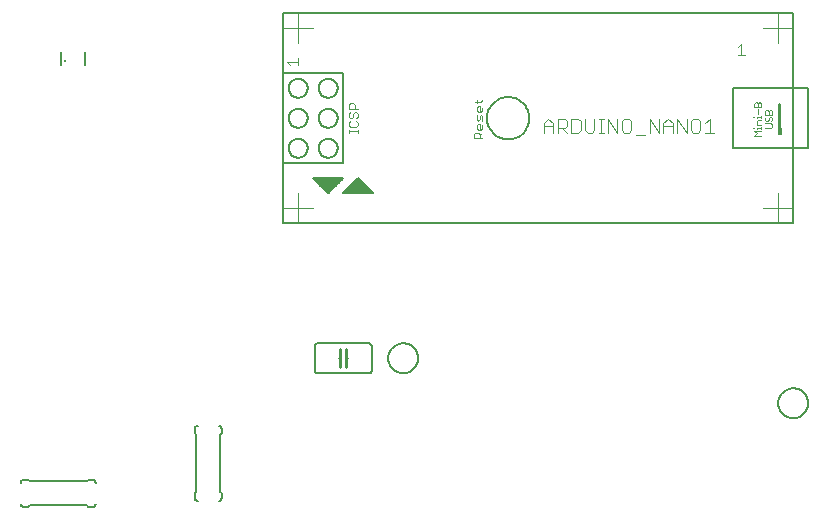
<source format=gto>
G75*
%MOIN*%
%OFA0B0*%
%FSLAX24Y24*%
%IPPOS*%
%LPD*%
%AMOC8*
5,1,8,0,0,1.08239X$1,22.5*
%
%ADD10C,0.0050*%
%ADD11C,0.0040*%
%ADD12C,0.0030*%
%ADD13C,0.0020*%
%ADD14C,0.0000*%
%ADD15C,0.0006*%
%ADD16C,0.0080*%
%ADD17C,0.0118*%
%ADD18C,0.0060*%
%ADD19C,0.0100*%
D10*
X020180Y011680D02*
X020180Y012180D01*
X020180Y013680D01*
X022180Y013680D01*
X022180Y016680D01*
X020180Y016680D01*
X020180Y018180D01*
X020180Y018680D01*
X020680Y018680D01*
X036680Y018680D01*
X037180Y018680D01*
X037180Y018180D01*
X037180Y014180D01*
X035180Y014180D01*
X035180Y016180D01*
X037680Y016180D01*
X037680Y014180D01*
X037180Y014180D01*
X037180Y011680D01*
X020680Y011680D01*
X020180Y011680D01*
X021667Y012693D02*
X021693Y012693D01*
X021680Y012680D02*
X021180Y013180D01*
X022180Y013180D01*
X021680Y012680D01*
X021618Y012742D02*
X021742Y012742D01*
X021790Y012790D02*
X021570Y012790D01*
X021521Y012839D02*
X021839Y012839D01*
X021887Y012887D02*
X021473Y012887D01*
X021424Y012936D02*
X021936Y012936D01*
X021984Y012984D02*
X021376Y012984D01*
X021327Y013033D02*
X022033Y013033D01*
X022081Y013081D02*
X021279Y013081D01*
X021230Y013130D02*
X022130Y013130D01*
X022178Y013178D02*
X021182Y013178D01*
X022242Y012742D02*
X023118Y012742D01*
X023070Y012790D02*
X022290Y012790D01*
X022339Y012839D02*
X023021Y012839D01*
X022973Y012887D02*
X022387Y012887D01*
X022436Y012936D02*
X022924Y012936D01*
X022876Y012984D02*
X022484Y012984D01*
X022533Y013033D02*
X022827Y013033D01*
X022779Y013081D02*
X022581Y013081D01*
X022630Y013130D02*
X022730Y013130D01*
X022682Y013178D02*
X022678Y013178D01*
X022680Y013180D02*
X023180Y012680D01*
X022180Y012680D01*
X022680Y013180D01*
X022193Y012693D02*
X023167Y012693D01*
X021365Y014180D02*
X021367Y014215D01*
X021373Y014250D01*
X021383Y014284D01*
X021396Y014317D01*
X021413Y014348D01*
X021434Y014376D01*
X021457Y014403D01*
X021484Y014426D01*
X021512Y014447D01*
X021543Y014464D01*
X021576Y014477D01*
X021610Y014487D01*
X021645Y014493D01*
X021680Y014495D01*
X021715Y014493D01*
X021750Y014487D01*
X021784Y014477D01*
X021817Y014464D01*
X021848Y014447D01*
X021876Y014426D01*
X021903Y014403D01*
X021926Y014376D01*
X021947Y014348D01*
X021964Y014317D01*
X021977Y014284D01*
X021987Y014250D01*
X021993Y014215D01*
X021995Y014180D01*
X021993Y014145D01*
X021987Y014110D01*
X021977Y014076D01*
X021964Y014043D01*
X021947Y014012D01*
X021926Y013984D01*
X021903Y013957D01*
X021876Y013934D01*
X021848Y013913D01*
X021817Y013896D01*
X021784Y013883D01*
X021750Y013873D01*
X021715Y013867D01*
X021680Y013865D01*
X021645Y013867D01*
X021610Y013873D01*
X021576Y013883D01*
X021543Y013896D01*
X021512Y013913D01*
X021484Y013934D01*
X021457Y013957D01*
X021434Y013984D01*
X021413Y014012D01*
X021396Y014043D01*
X021383Y014076D01*
X021373Y014110D01*
X021367Y014145D01*
X021365Y014180D01*
X020365Y014180D02*
X020367Y014215D01*
X020373Y014250D01*
X020383Y014284D01*
X020396Y014317D01*
X020413Y014348D01*
X020434Y014376D01*
X020457Y014403D01*
X020484Y014426D01*
X020512Y014447D01*
X020543Y014464D01*
X020576Y014477D01*
X020610Y014487D01*
X020645Y014493D01*
X020680Y014495D01*
X020715Y014493D01*
X020750Y014487D01*
X020784Y014477D01*
X020817Y014464D01*
X020848Y014447D01*
X020876Y014426D01*
X020903Y014403D01*
X020926Y014376D01*
X020947Y014348D01*
X020964Y014317D01*
X020977Y014284D01*
X020987Y014250D01*
X020993Y014215D01*
X020995Y014180D01*
X020993Y014145D01*
X020987Y014110D01*
X020977Y014076D01*
X020964Y014043D01*
X020947Y014012D01*
X020926Y013984D01*
X020903Y013957D01*
X020876Y013934D01*
X020848Y013913D01*
X020817Y013896D01*
X020784Y013883D01*
X020750Y013873D01*
X020715Y013867D01*
X020680Y013865D01*
X020645Y013867D01*
X020610Y013873D01*
X020576Y013883D01*
X020543Y013896D01*
X020512Y013913D01*
X020484Y013934D01*
X020457Y013957D01*
X020434Y013984D01*
X020413Y014012D01*
X020396Y014043D01*
X020383Y014076D01*
X020373Y014110D01*
X020367Y014145D01*
X020365Y014180D01*
X020180Y013680D02*
X020180Y016680D01*
X020365Y016180D02*
X020367Y016215D01*
X020373Y016250D01*
X020383Y016284D01*
X020396Y016317D01*
X020413Y016348D01*
X020434Y016376D01*
X020457Y016403D01*
X020484Y016426D01*
X020512Y016447D01*
X020543Y016464D01*
X020576Y016477D01*
X020610Y016487D01*
X020645Y016493D01*
X020680Y016495D01*
X020715Y016493D01*
X020750Y016487D01*
X020784Y016477D01*
X020817Y016464D01*
X020848Y016447D01*
X020876Y016426D01*
X020903Y016403D01*
X020926Y016376D01*
X020947Y016348D01*
X020964Y016317D01*
X020977Y016284D01*
X020987Y016250D01*
X020993Y016215D01*
X020995Y016180D01*
X020993Y016145D01*
X020987Y016110D01*
X020977Y016076D01*
X020964Y016043D01*
X020947Y016012D01*
X020926Y015984D01*
X020903Y015957D01*
X020876Y015934D01*
X020848Y015913D01*
X020817Y015896D01*
X020784Y015883D01*
X020750Y015873D01*
X020715Y015867D01*
X020680Y015865D01*
X020645Y015867D01*
X020610Y015873D01*
X020576Y015883D01*
X020543Y015896D01*
X020512Y015913D01*
X020484Y015934D01*
X020457Y015957D01*
X020434Y015984D01*
X020413Y016012D01*
X020396Y016043D01*
X020383Y016076D01*
X020373Y016110D01*
X020367Y016145D01*
X020365Y016180D01*
X021365Y016180D02*
X021367Y016215D01*
X021373Y016250D01*
X021383Y016284D01*
X021396Y016317D01*
X021413Y016348D01*
X021434Y016376D01*
X021457Y016403D01*
X021484Y016426D01*
X021512Y016447D01*
X021543Y016464D01*
X021576Y016477D01*
X021610Y016487D01*
X021645Y016493D01*
X021680Y016495D01*
X021715Y016493D01*
X021750Y016487D01*
X021784Y016477D01*
X021817Y016464D01*
X021848Y016447D01*
X021876Y016426D01*
X021903Y016403D01*
X021926Y016376D01*
X021947Y016348D01*
X021964Y016317D01*
X021977Y016284D01*
X021987Y016250D01*
X021993Y016215D01*
X021995Y016180D01*
X021993Y016145D01*
X021987Y016110D01*
X021977Y016076D01*
X021964Y016043D01*
X021947Y016012D01*
X021926Y015984D01*
X021903Y015957D01*
X021876Y015934D01*
X021848Y015913D01*
X021817Y015896D01*
X021784Y015883D01*
X021750Y015873D01*
X021715Y015867D01*
X021680Y015865D01*
X021645Y015867D01*
X021610Y015873D01*
X021576Y015883D01*
X021543Y015896D01*
X021512Y015913D01*
X021484Y015934D01*
X021457Y015957D01*
X021434Y015984D01*
X021413Y016012D01*
X021396Y016043D01*
X021383Y016076D01*
X021373Y016110D01*
X021367Y016145D01*
X021365Y016180D01*
X021365Y015180D02*
X021367Y015215D01*
X021373Y015250D01*
X021383Y015284D01*
X021396Y015317D01*
X021413Y015348D01*
X021434Y015376D01*
X021457Y015403D01*
X021484Y015426D01*
X021512Y015447D01*
X021543Y015464D01*
X021576Y015477D01*
X021610Y015487D01*
X021645Y015493D01*
X021680Y015495D01*
X021715Y015493D01*
X021750Y015487D01*
X021784Y015477D01*
X021817Y015464D01*
X021848Y015447D01*
X021876Y015426D01*
X021903Y015403D01*
X021926Y015376D01*
X021947Y015348D01*
X021964Y015317D01*
X021977Y015284D01*
X021987Y015250D01*
X021993Y015215D01*
X021995Y015180D01*
X021993Y015145D01*
X021987Y015110D01*
X021977Y015076D01*
X021964Y015043D01*
X021947Y015012D01*
X021926Y014984D01*
X021903Y014957D01*
X021876Y014934D01*
X021848Y014913D01*
X021817Y014896D01*
X021784Y014883D01*
X021750Y014873D01*
X021715Y014867D01*
X021680Y014865D01*
X021645Y014867D01*
X021610Y014873D01*
X021576Y014883D01*
X021543Y014896D01*
X021512Y014913D01*
X021484Y014934D01*
X021457Y014957D01*
X021434Y014984D01*
X021413Y015012D01*
X021396Y015043D01*
X021383Y015076D01*
X021373Y015110D01*
X021367Y015145D01*
X021365Y015180D01*
X020365Y015180D02*
X020367Y015215D01*
X020373Y015250D01*
X020383Y015284D01*
X020396Y015317D01*
X020413Y015348D01*
X020434Y015376D01*
X020457Y015403D01*
X020484Y015426D01*
X020512Y015447D01*
X020543Y015464D01*
X020576Y015477D01*
X020610Y015487D01*
X020645Y015493D01*
X020680Y015495D01*
X020715Y015493D01*
X020750Y015487D01*
X020784Y015477D01*
X020817Y015464D01*
X020848Y015447D01*
X020876Y015426D01*
X020903Y015403D01*
X020926Y015376D01*
X020947Y015348D01*
X020964Y015317D01*
X020977Y015284D01*
X020987Y015250D01*
X020993Y015215D01*
X020995Y015180D01*
X020993Y015145D01*
X020987Y015110D01*
X020977Y015076D01*
X020964Y015043D01*
X020947Y015012D01*
X020926Y014984D01*
X020903Y014957D01*
X020876Y014934D01*
X020848Y014913D01*
X020817Y014896D01*
X020784Y014883D01*
X020750Y014873D01*
X020715Y014867D01*
X020680Y014865D01*
X020645Y014867D01*
X020610Y014873D01*
X020576Y014883D01*
X020543Y014896D01*
X020512Y014913D01*
X020484Y014934D01*
X020457Y014957D01*
X020434Y014984D01*
X020413Y015012D01*
X020396Y015043D01*
X020383Y015076D01*
X020373Y015110D01*
X020367Y015145D01*
X020365Y015180D01*
X020367Y015215D01*
X020373Y015250D01*
X020383Y015284D01*
X020396Y015317D01*
X020413Y015348D01*
X020434Y015376D01*
X020457Y015403D01*
X020484Y015426D01*
X020512Y015447D01*
X020543Y015464D01*
X020576Y015477D01*
X020610Y015487D01*
X020645Y015493D01*
X020680Y015495D01*
X020715Y015493D01*
X020750Y015487D01*
X020784Y015477D01*
X020817Y015464D01*
X020848Y015447D01*
X020876Y015426D01*
X020903Y015403D01*
X020926Y015376D01*
X020947Y015348D01*
X020964Y015317D01*
X020977Y015284D01*
X020987Y015250D01*
X020993Y015215D01*
X020995Y015180D01*
X020993Y015145D01*
X020987Y015110D01*
X020977Y015076D01*
X020964Y015043D01*
X020947Y015012D01*
X020926Y014984D01*
X020903Y014957D01*
X020876Y014934D01*
X020848Y014913D01*
X020817Y014896D01*
X020784Y014883D01*
X020750Y014873D01*
X020715Y014867D01*
X020680Y014865D01*
X020645Y014867D01*
X020610Y014873D01*
X020576Y014883D01*
X020543Y014896D01*
X020512Y014913D01*
X020484Y014934D01*
X020457Y014957D01*
X020434Y014984D01*
X020413Y015012D01*
X020396Y015043D01*
X020383Y015076D01*
X020373Y015110D01*
X020367Y015145D01*
X020365Y015180D01*
X026973Y015180D02*
X026975Y015233D01*
X026981Y015285D01*
X026991Y015337D01*
X027004Y015388D01*
X027022Y015438D01*
X027043Y015487D01*
X027068Y015534D01*
X027096Y015578D01*
X027127Y015621D01*
X027162Y015661D01*
X027199Y015698D01*
X027239Y015733D01*
X027282Y015764D01*
X027327Y015792D01*
X027373Y015817D01*
X027422Y015838D01*
X027472Y015856D01*
X027523Y015869D01*
X027575Y015879D01*
X027627Y015885D01*
X027680Y015887D01*
X027733Y015885D01*
X027785Y015879D01*
X027837Y015869D01*
X027888Y015856D01*
X027938Y015838D01*
X027987Y015817D01*
X028034Y015792D01*
X028078Y015764D01*
X028121Y015733D01*
X028161Y015698D01*
X028198Y015661D01*
X028233Y015621D01*
X028264Y015578D01*
X028292Y015533D01*
X028317Y015487D01*
X028338Y015438D01*
X028356Y015388D01*
X028369Y015337D01*
X028379Y015285D01*
X028385Y015233D01*
X028387Y015180D01*
X028385Y015127D01*
X028379Y015075D01*
X028369Y015023D01*
X028356Y014972D01*
X028338Y014922D01*
X028317Y014873D01*
X028292Y014826D01*
X028264Y014782D01*
X028233Y014739D01*
X028198Y014699D01*
X028161Y014662D01*
X028121Y014627D01*
X028078Y014596D01*
X028033Y014568D01*
X027987Y014543D01*
X027938Y014522D01*
X027888Y014504D01*
X027837Y014491D01*
X027785Y014481D01*
X027733Y014475D01*
X027680Y014473D01*
X027627Y014475D01*
X027575Y014481D01*
X027523Y014491D01*
X027472Y014504D01*
X027422Y014522D01*
X027373Y014543D01*
X027326Y014568D01*
X027282Y014596D01*
X027239Y014627D01*
X027199Y014662D01*
X027162Y014699D01*
X027127Y014739D01*
X027096Y014782D01*
X027068Y014827D01*
X027043Y014873D01*
X027022Y014922D01*
X027004Y014972D01*
X026991Y015023D01*
X026981Y015075D01*
X026975Y015127D01*
X026973Y015180D01*
X023680Y007180D02*
X023682Y007224D01*
X023688Y007268D01*
X023698Y007311D01*
X023711Y007353D01*
X023728Y007394D01*
X023749Y007433D01*
X023773Y007470D01*
X023800Y007505D01*
X023830Y007537D01*
X023863Y007567D01*
X023899Y007593D01*
X023936Y007617D01*
X023976Y007636D01*
X024017Y007653D01*
X024060Y007665D01*
X024103Y007674D01*
X024147Y007679D01*
X024191Y007680D01*
X024235Y007677D01*
X024279Y007670D01*
X024322Y007659D01*
X024364Y007645D01*
X024404Y007627D01*
X024443Y007605D01*
X024479Y007581D01*
X024513Y007553D01*
X024545Y007522D01*
X024574Y007488D01*
X024600Y007452D01*
X024622Y007414D01*
X024641Y007374D01*
X024656Y007332D01*
X024668Y007290D01*
X024676Y007246D01*
X024680Y007202D01*
X024680Y007158D01*
X024676Y007114D01*
X024668Y007070D01*
X024656Y007028D01*
X024641Y006986D01*
X024622Y006946D01*
X024600Y006908D01*
X024574Y006872D01*
X024545Y006838D01*
X024513Y006807D01*
X024479Y006779D01*
X024443Y006755D01*
X024404Y006733D01*
X024364Y006715D01*
X024322Y006701D01*
X024279Y006690D01*
X024235Y006683D01*
X024191Y006680D01*
X024147Y006681D01*
X024103Y006686D01*
X024060Y006695D01*
X024017Y006707D01*
X023976Y006724D01*
X023936Y006743D01*
X023899Y006767D01*
X023863Y006793D01*
X023830Y006823D01*
X023800Y006855D01*
X023773Y006890D01*
X023749Y006927D01*
X023728Y006966D01*
X023711Y007007D01*
X023698Y007049D01*
X023688Y007092D01*
X023682Y007136D01*
X023680Y007180D01*
X036680Y005680D02*
X036682Y005724D01*
X036688Y005768D01*
X036698Y005811D01*
X036711Y005853D01*
X036728Y005894D01*
X036749Y005933D01*
X036773Y005970D01*
X036800Y006005D01*
X036830Y006037D01*
X036863Y006067D01*
X036899Y006093D01*
X036936Y006117D01*
X036976Y006136D01*
X037017Y006153D01*
X037060Y006165D01*
X037103Y006174D01*
X037147Y006179D01*
X037191Y006180D01*
X037235Y006177D01*
X037279Y006170D01*
X037322Y006159D01*
X037364Y006145D01*
X037404Y006127D01*
X037443Y006105D01*
X037479Y006081D01*
X037513Y006053D01*
X037545Y006022D01*
X037574Y005988D01*
X037600Y005952D01*
X037622Y005914D01*
X037641Y005874D01*
X037656Y005832D01*
X037668Y005790D01*
X037676Y005746D01*
X037680Y005702D01*
X037680Y005658D01*
X037676Y005614D01*
X037668Y005570D01*
X037656Y005528D01*
X037641Y005486D01*
X037622Y005446D01*
X037600Y005408D01*
X037574Y005372D01*
X037545Y005338D01*
X037513Y005307D01*
X037479Y005279D01*
X037443Y005255D01*
X037404Y005233D01*
X037364Y005215D01*
X037322Y005201D01*
X037279Y005190D01*
X037235Y005183D01*
X037191Y005180D01*
X037147Y005181D01*
X037103Y005186D01*
X037060Y005195D01*
X037017Y005207D01*
X036976Y005224D01*
X036936Y005243D01*
X036899Y005267D01*
X036863Y005293D01*
X036830Y005323D01*
X036800Y005355D01*
X036773Y005390D01*
X036749Y005427D01*
X036728Y005466D01*
X036711Y005507D01*
X036698Y005549D01*
X036688Y005592D01*
X036682Y005636D01*
X036680Y005680D01*
D11*
X034547Y014700D02*
X034240Y014700D01*
X034393Y014700D02*
X034393Y015160D01*
X034240Y015007D01*
X034086Y015084D02*
X034009Y015160D01*
X033856Y015160D01*
X033779Y015084D01*
X033779Y014777D01*
X033856Y014700D01*
X034009Y014700D01*
X034086Y014777D01*
X034086Y015084D01*
X033626Y015160D02*
X033626Y014700D01*
X033319Y015160D01*
X033319Y014700D01*
X033165Y014700D02*
X033165Y015007D01*
X033012Y015160D01*
X032858Y015007D01*
X032858Y014700D01*
X032705Y014700D02*
X032705Y015160D01*
X032858Y014930D02*
X033165Y014930D01*
X032705Y014700D02*
X032398Y015160D01*
X032398Y014700D01*
X032245Y014623D02*
X031938Y014623D01*
X031784Y014777D02*
X031707Y014700D01*
X031554Y014700D01*
X031477Y014777D01*
X031477Y015084D01*
X031554Y015160D01*
X031707Y015160D01*
X031784Y015084D01*
X031784Y014777D01*
X031324Y014700D02*
X031324Y015160D01*
X031017Y015160D02*
X031324Y014700D01*
X031017Y014700D02*
X031017Y015160D01*
X030863Y015160D02*
X030710Y015160D01*
X030787Y015160D02*
X030787Y014700D01*
X030863Y014700D02*
X030710Y014700D01*
X030556Y014777D02*
X030480Y014700D01*
X030326Y014700D01*
X030250Y014777D01*
X030250Y015160D01*
X030096Y015084D02*
X030019Y015160D01*
X029789Y015160D01*
X029789Y014700D01*
X030019Y014700D01*
X030096Y014777D01*
X030096Y015084D01*
X029636Y015084D02*
X029559Y015160D01*
X029329Y015160D01*
X029329Y014700D01*
X029329Y014853D02*
X029559Y014853D01*
X029636Y014930D01*
X029636Y015084D01*
X029482Y014853D02*
X029636Y014700D01*
X029175Y014700D02*
X029175Y015007D01*
X029022Y015160D01*
X028868Y015007D01*
X028868Y014700D01*
X028868Y014930D02*
X029175Y014930D01*
X030556Y014777D02*
X030556Y015160D01*
D12*
X026825Y015097D02*
X026825Y015242D01*
X026777Y015290D01*
X026728Y015242D01*
X026728Y015145D01*
X026680Y015097D01*
X026632Y015145D01*
X026632Y015290D01*
X026680Y015391D02*
X026632Y015440D01*
X026632Y015537D01*
X026680Y015585D01*
X026728Y015585D01*
X026728Y015391D01*
X026680Y015391D02*
X026777Y015391D01*
X026825Y015440D01*
X026825Y015537D01*
X026777Y015734D02*
X026583Y015734D01*
X026632Y015686D02*
X026632Y015783D01*
X026777Y015734D02*
X026825Y015783D01*
X026728Y014996D02*
X026680Y014996D01*
X026632Y014947D01*
X026632Y014851D01*
X026680Y014802D01*
X026777Y014802D01*
X026825Y014851D01*
X026825Y014947D01*
X026728Y014996D02*
X026728Y014802D01*
X026680Y014701D02*
X026728Y014653D01*
X026728Y014507D01*
X026825Y014507D02*
X026535Y014507D01*
X026535Y014653D01*
X026583Y014701D01*
X026680Y014701D01*
X026728Y014604D02*
X026825Y014701D01*
X022665Y014695D02*
X022665Y014792D01*
X022665Y014743D02*
X022375Y014743D01*
X022375Y014695D02*
X022375Y014792D01*
X022423Y014891D02*
X022617Y014891D01*
X022665Y014940D01*
X022665Y015037D01*
X022617Y015085D01*
X022617Y015186D02*
X022665Y015234D01*
X022665Y015331D01*
X022617Y015380D01*
X022568Y015380D01*
X022520Y015331D01*
X022520Y015234D01*
X022472Y015186D01*
X022423Y015186D01*
X022375Y015234D01*
X022375Y015331D01*
X022423Y015380D01*
X022375Y015481D02*
X022375Y015626D01*
X022423Y015674D01*
X022520Y015674D01*
X022568Y015626D01*
X022568Y015481D01*
X022665Y015481D02*
X022375Y015481D01*
X022423Y015085D02*
X022375Y015037D01*
X022375Y014940D01*
X022423Y014891D01*
X020665Y016945D02*
X020665Y017192D01*
X020665Y017068D02*
X020295Y017068D01*
X020418Y016945D01*
X035327Y017295D02*
X035574Y017295D01*
X035450Y017295D02*
X035450Y017665D01*
X035327Y017542D01*
D13*
X035927Y015705D02*
X035963Y015705D01*
X036000Y015668D01*
X036000Y015558D01*
X036000Y015484D02*
X036000Y015337D01*
X035963Y015227D02*
X036110Y015227D01*
X036110Y015263D02*
X036110Y015190D01*
X036110Y015116D02*
X036000Y015116D01*
X035963Y015079D01*
X035963Y014969D01*
X036110Y014969D01*
X036110Y014895D02*
X036110Y014822D01*
X036110Y014858D02*
X035963Y014858D01*
X035963Y014822D01*
X035890Y014858D02*
X035853Y014858D01*
X035890Y014747D02*
X036110Y014747D01*
X036110Y014601D02*
X035890Y014601D01*
X035963Y014674D01*
X035890Y014747D01*
X036250Y014859D02*
X036433Y014859D01*
X036470Y014895D01*
X036470Y014969D01*
X036433Y015005D01*
X036250Y015005D01*
X036287Y015080D02*
X036323Y015080D01*
X036360Y015116D01*
X036360Y015190D01*
X036397Y015226D01*
X036433Y015226D01*
X036470Y015190D01*
X036470Y015116D01*
X036433Y015080D01*
X036287Y015080D02*
X036250Y015116D01*
X036250Y015190D01*
X036287Y015226D01*
X036250Y015300D02*
X036250Y015411D01*
X036287Y015447D01*
X036323Y015447D01*
X036360Y015411D01*
X036360Y015300D01*
X036470Y015300D02*
X036250Y015300D01*
X036360Y015411D02*
X036397Y015447D01*
X036433Y015447D01*
X036470Y015411D01*
X036470Y015300D01*
X036110Y015558D02*
X035890Y015558D01*
X035890Y015668D01*
X035927Y015705D01*
X036000Y015668D02*
X036037Y015705D01*
X036073Y015705D01*
X036110Y015668D01*
X036110Y015558D01*
X035963Y015227D02*
X035963Y015190D01*
X035890Y015227D02*
X035853Y015227D01*
D14*
X036680Y015226D02*
X036687Y015232D01*
X036680Y015239D01*
X036700Y015239D01*
X036697Y015244D02*
X036693Y015247D01*
X036693Y015257D01*
X036690Y015257D02*
X036700Y015257D01*
X036700Y015247D01*
X036697Y015244D01*
X036687Y015247D02*
X036687Y015254D01*
X036690Y015257D01*
X036693Y015263D02*
X036687Y015269D01*
X036687Y015273D01*
X036690Y015278D02*
X036697Y015278D01*
X036700Y015281D01*
X036700Y015291D01*
X036697Y015296D02*
X036700Y015300D01*
X036700Y015306D01*
X036697Y015310D01*
X036690Y015310D01*
X036687Y015306D01*
X036687Y015300D01*
X036690Y015296D01*
X036697Y015296D01*
X036687Y015291D02*
X036687Y015281D01*
X036690Y015278D01*
X036687Y015263D02*
X036700Y015263D01*
X036707Y015272D02*
X036710Y015272D01*
X036717Y015272D02*
X036730Y015272D01*
X036730Y015269D02*
X036730Y015275D01*
X036727Y015281D02*
X036730Y015284D01*
X036730Y015291D01*
X036727Y015294D01*
X036720Y015294D01*
X036717Y015291D01*
X036717Y015284D01*
X036720Y015281D01*
X036727Y015281D01*
X036717Y015272D02*
X036717Y015269D01*
X036717Y015263D02*
X036717Y015256D01*
X036717Y015251D02*
X036717Y015241D01*
X036720Y015238D01*
X036723Y015241D01*
X036723Y015248D01*
X036727Y015251D01*
X036730Y015248D01*
X036730Y015238D01*
X036723Y015233D02*
X036723Y015220D01*
X036720Y015220D02*
X036717Y015223D01*
X036717Y015230D01*
X036720Y015233D01*
X036723Y015233D01*
X036730Y015230D02*
X036730Y015223D01*
X036727Y015220D01*
X036720Y015220D01*
X036717Y015215D02*
X036717Y015205D01*
X036720Y015201D01*
X036727Y015201D01*
X036730Y015205D01*
X036730Y015215D01*
X036733Y015215D02*
X036717Y015215D01*
X036733Y015215D02*
X036737Y015211D01*
X036737Y015208D01*
X036733Y015196D02*
X036717Y015196D01*
X036717Y015186D01*
X036720Y015183D01*
X036727Y015183D01*
X036730Y015186D01*
X036730Y015196D01*
X036733Y015196D02*
X036737Y015193D01*
X036737Y015189D01*
X036730Y015178D02*
X036717Y015178D01*
X036707Y015180D02*
X036687Y015180D01*
X036687Y015190D01*
X036690Y015193D01*
X036697Y015193D01*
X036700Y015190D01*
X036700Y015180D01*
X036697Y015175D02*
X036693Y015171D01*
X036693Y015165D01*
X036690Y015161D01*
X036687Y015165D01*
X036687Y015175D01*
X036697Y015175D02*
X036700Y015171D01*
X036700Y015161D01*
X036700Y015156D02*
X036700Y015143D01*
X036680Y015143D01*
X036680Y015156D01*
X036690Y015150D02*
X036690Y015143D01*
X036687Y015119D02*
X036703Y015119D01*
X036707Y015116D01*
X036707Y015113D01*
X036700Y015109D02*
X036700Y015119D01*
X036700Y015109D02*
X036697Y015106D01*
X036687Y015106D01*
X036690Y015101D02*
X036687Y015098D01*
X036687Y015088D01*
X036680Y015088D02*
X036700Y015088D01*
X036700Y015098D01*
X036697Y015101D01*
X036690Y015101D01*
X036717Y015104D02*
X036717Y015097D01*
X036720Y015094D01*
X036727Y015094D01*
X036730Y015097D01*
X036730Y015104D01*
X036727Y015107D01*
X036720Y015107D01*
X036717Y015104D01*
X036717Y015112D02*
X036730Y015112D01*
X036723Y015112D02*
X036717Y015119D01*
X036717Y015122D01*
X036720Y015146D02*
X036717Y015149D01*
X036717Y015159D01*
X036717Y015164D02*
X036727Y015164D01*
X036730Y015168D01*
X036730Y015178D01*
X036727Y015159D02*
X036723Y015156D01*
X036723Y015149D01*
X036720Y015146D01*
X036730Y015146D02*
X036730Y015156D01*
X036727Y015159D01*
X036700Y015198D02*
X036700Y015201D01*
X036697Y015201D01*
X036697Y015198D01*
X036700Y015198D01*
X036700Y015226D02*
X036680Y015226D01*
X036713Y015260D02*
X036727Y015260D01*
X036730Y015263D01*
X036730Y015299D02*
X036717Y015299D01*
X036717Y015309D01*
X036720Y015313D01*
X036730Y015313D01*
X036730Y015318D02*
X036730Y015328D01*
X036727Y015331D01*
X036723Y015328D01*
X036723Y015321D01*
X036720Y015318D01*
X036717Y015321D01*
X036717Y015331D01*
X036700Y015333D02*
X036700Y015346D01*
X036697Y015352D02*
X036700Y015355D01*
X036700Y015365D01*
X036687Y015365D01*
X036687Y015370D02*
X036687Y015373D01*
X036700Y015373D01*
X036700Y015370D02*
X036700Y015377D01*
X036700Y015382D02*
X036700Y015392D01*
X036697Y015396D01*
X036693Y015392D01*
X036693Y015386D01*
X036690Y015382D01*
X036687Y015386D01*
X036687Y015396D01*
X036687Y015419D02*
X036690Y015422D01*
X036690Y015429D01*
X036693Y015432D01*
X036697Y015432D01*
X036700Y015429D01*
X036700Y015422D01*
X036697Y015419D01*
X036687Y015419D02*
X036683Y015419D01*
X036680Y015422D01*
X036680Y015429D01*
X036683Y015432D01*
X036687Y015438D02*
X036680Y015444D01*
X036687Y015451D01*
X036700Y015451D01*
X036700Y015456D02*
X036700Y015469D01*
X036697Y015474D02*
X036700Y015478D01*
X036700Y015484D01*
X036697Y015488D01*
X036700Y015493D02*
X036700Y015506D01*
X036700Y015511D02*
X036700Y015521D01*
X036697Y015525D01*
X036683Y015525D01*
X036680Y015521D01*
X036680Y015511D01*
X036700Y015511D01*
X036710Y015508D02*
X036710Y015515D01*
X036713Y015518D01*
X036720Y015518D01*
X036723Y015515D01*
X036717Y015515D01*
X036717Y015508D01*
X036723Y015508D01*
X036723Y015515D01*
X036727Y015518D02*
X036730Y015515D01*
X036730Y015508D01*
X036727Y015505D01*
X036713Y015505D01*
X036710Y015508D01*
X036710Y015500D02*
X036730Y015487D01*
X036730Y015482D02*
X036710Y015482D01*
X036710Y015487D02*
X036730Y015500D01*
X036720Y015482D02*
X036720Y015468D01*
X036730Y015468D02*
X036710Y015468D01*
X036710Y015456D02*
X036730Y015456D01*
X036730Y015450D02*
X036730Y015463D01*
X036717Y015450D02*
X036710Y015456D01*
X036700Y015456D02*
X036680Y015456D01*
X036690Y015451D02*
X036690Y015438D01*
X036687Y015438D02*
X036700Y015438D01*
X036710Y015431D02*
X036723Y015431D01*
X036730Y015438D01*
X036723Y015445D01*
X036710Y015445D01*
X036713Y015426D02*
X036710Y015426D01*
X036713Y015426D02*
X036720Y015420D01*
X036730Y015420D01*
X036720Y015420D02*
X036713Y015413D01*
X036710Y015413D01*
X036717Y015389D02*
X036720Y015389D01*
X036720Y015385D01*
X036717Y015385D01*
X036717Y015389D01*
X036720Y015380D02*
X036717Y015377D01*
X036717Y015370D01*
X036720Y015367D01*
X036727Y015367D01*
X036730Y015370D01*
X036730Y015377D01*
X036727Y015380D01*
X036720Y015380D01*
X036727Y015385D02*
X036730Y015385D01*
X036730Y015389D01*
X036727Y015389D01*
X036727Y015385D01*
X036730Y015361D02*
X036727Y015358D01*
X036713Y015358D01*
X036717Y015355D02*
X036717Y015361D01*
X036697Y015352D02*
X036687Y015352D01*
X036680Y015333D02*
X036700Y015333D01*
X036690Y015328D02*
X036690Y015315D01*
X036680Y015373D02*
X036677Y015373D01*
X036683Y015474D02*
X036697Y015474D01*
X036683Y015474D02*
X036680Y015478D01*
X036680Y015484D01*
X036683Y015488D01*
X036680Y015493D02*
X036700Y015493D01*
X036690Y015493D02*
X036690Y015499D01*
X036680Y015493D02*
X036680Y015506D01*
X036683Y015530D02*
X036697Y015530D01*
X036700Y015533D01*
X036700Y015540D01*
X036697Y015543D01*
X036683Y015543D01*
X036680Y015540D01*
X036680Y015533D01*
X036683Y015530D01*
X036710Y015527D02*
X036713Y015523D01*
X036727Y015523D01*
X036730Y015527D01*
X036730Y015533D01*
X036727Y015537D01*
X036730Y015542D02*
X036717Y015542D01*
X036710Y015549D01*
X036717Y015555D01*
X036730Y015555D01*
X036730Y015560D02*
X036710Y015560D01*
X036730Y015574D01*
X036710Y015574D01*
X036710Y015579D02*
X036710Y015592D01*
X036710Y015597D02*
X036723Y015597D01*
X036730Y015604D01*
X036723Y015610D01*
X036710Y015610D01*
X036700Y015610D02*
X036693Y015617D01*
X036680Y015617D01*
X036687Y015622D02*
X036680Y015628D01*
X036687Y015635D01*
X036700Y015635D01*
X036700Y015640D02*
X036680Y015640D01*
X036680Y015650D01*
X036683Y015653D01*
X036690Y015653D01*
X036693Y015650D01*
X036693Y015640D01*
X036690Y015635D02*
X036690Y015622D01*
X036687Y015622D02*
X036700Y015622D01*
X036710Y015625D02*
X036730Y015638D01*
X036710Y015638D01*
X036710Y015643D02*
X036730Y015643D01*
X036730Y015656D01*
X036720Y015650D02*
X036720Y015643D01*
X036710Y015643D02*
X036710Y015656D01*
X036710Y015662D02*
X036710Y015675D01*
X036710Y015668D02*
X036730Y015668D01*
X036700Y015662D02*
X036700Y015658D01*
X036697Y015658D01*
X036697Y015662D01*
X036700Y015662D01*
X036700Y015653D02*
X036693Y015647D01*
X036710Y015625D02*
X036730Y015625D01*
X036730Y015619D02*
X036730Y015616D01*
X036727Y015616D01*
X036727Y015619D01*
X036730Y015619D01*
X036700Y015610D02*
X036693Y015603D01*
X036680Y015603D01*
X036683Y015598D02*
X036680Y015595D01*
X036680Y015588D01*
X036683Y015585D01*
X036697Y015585D01*
X036700Y015588D01*
X036700Y015595D01*
X036697Y015598D01*
X036683Y015598D01*
X036680Y015580D02*
X036680Y015566D01*
X036680Y015573D02*
X036700Y015573D01*
X036710Y015585D02*
X036730Y015585D01*
X036720Y015555D02*
X036720Y015542D01*
X036713Y015537D02*
X036710Y015533D01*
X036710Y015527D01*
X036717Y015070D02*
X036717Y015060D01*
X036720Y015057D01*
X036723Y015060D01*
X036723Y015067D01*
X036727Y015070D01*
X036730Y015067D01*
X036730Y015057D01*
X036717Y015052D02*
X036717Y015048D01*
X036723Y015042D01*
X036720Y015037D02*
X036717Y015033D01*
X036717Y015026D01*
X036720Y015023D01*
X036727Y015023D01*
X036730Y015026D01*
X036730Y015033D01*
X036727Y015037D01*
X036720Y015037D01*
X036717Y015042D02*
X036730Y015042D01*
X036717Y015018D02*
X036717Y015014D01*
X036723Y015008D01*
X036717Y015008D02*
X036730Y015008D01*
X036717Y015002D02*
X036717Y014999D01*
X036723Y014992D01*
X036723Y014987D02*
X036723Y014974D01*
X036720Y014974D02*
X036717Y014977D01*
X036717Y014984D01*
X036720Y014987D01*
X036723Y014987D01*
X036730Y014984D02*
X036730Y014977D01*
X036727Y014974D01*
X036720Y014974D01*
X036717Y014992D02*
X036730Y014992D01*
X036700Y014993D02*
X036700Y014987D01*
X036697Y014983D01*
X036690Y014983D01*
X036687Y014987D01*
X036687Y014993D01*
X036690Y014997D01*
X036693Y014997D01*
X036693Y014983D01*
X036687Y014978D02*
X036687Y014975D01*
X036693Y014968D01*
X036687Y014968D02*
X036700Y014968D01*
X036700Y014963D02*
X036700Y014953D01*
X036697Y014950D01*
X036690Y014950D01*
X036687Y014953D01*
X036687Y014963D01*
X036717Y014951D02*
X036733Y014951D01*
X036737Y014947D01*
X036737Y014944D01*
X036730Y014941D02*
X036730Y014951D01*
X036730Y014941D02*
X036727Y014937D01*
X036717Y014937D01*
X036720Y014932D02*
X036730Y014932D01*
X036720Y014932D02*
X036717Y014929D01*
X036717Y014919D01*
X036730Y014919D01*
X036730Y014914D02*
X036730Y014904D01*
X036727Y014900D01*
X036723Y014904D01*
X036723Y014914D01*
X036720Y014914D02*
X036730Y014914D01*
X036720Y014914D02*
X036717Y014910D01*
X036717Y014904D01*
X036700Y014908D02*
X036700Y014898D01*
X036697Y014894D01*
X036693Y014898D01*
X036693Y014908D01*
X036690Y014908D02*
X036700Y014908D01*
X036700Y014913D02*
X036700Y014923D01*
X036697Y014926D01*
X036693Y014923D01*
X036693Y014916D01*
X036690Y014913D01*
X036687Y014916D01*
X036687Y014926D01*
X036690Y014908D02*
X036687Y014904D01*
X036687Y014898D01*
X036687Y014889D02*
X036697Y014889D01*
X036700Y014886D01*
X036697Y014883D01*
X036700Y014879D01*
X036697Y014876D01*
X036687Y014876D01*
X036687Y014852D02*
X036703Y014852D01*
X036707Y014849D01*
X036707Y014846D01*
X036700Y014842D02*
X036700Y014852D01*
X036700Y014842D02*
X036697Y014839D01*
X036687Y014839D01*
X036687Y014834D02*
X036687Y014830D01*
X036693Y014824D01*
X036693Y014819D02*
X036693Y014809D01*
X036697Y014805D01*
X036700Y014809D01*
X036700Y014819D01*
X036690Y014819D01*
X036687Y014815D01*
X036687Y014809D01*
X036687Y014800D02*
X036687Y014797D01*
X036693Y014790D01*
X036690Y014785D02*
X036687Y014781D01*
X036687Y014771D01*
X036680Y014771D02*
X036700Y014771D01*
X036700Y014781D01*
X036697Y014785D01*
X036690Y014785D01*
X036687Y014790D02*
X036700Y014790D01*
X036717Y014790D02*
X036717Y014794D01*
X036717Y014790D02*
X036723Y014784D01*
X036717Y014784D02*
X036730Y014784D01*
X036727Y014799D02*
X036720Y014799D01*
X036717Y014802D01*
X036717Y014809D01*
X036720Y014812D01*
X036723Y014812D01*
X036723Y014799D01*
X036727Y014799D02*
X036730Y014802D01*
X036730Y014809D01*
X036730Y014818D02*
X036730Y014828D01*
X036727Y014831D01*
X036720Y014831D01*
X036717Y014828D01*
X036717Y014818D01*
X036737Y014818D01*
X036747Y014815D02*
X036747Y014809D01*
X036750Y014805D01*
X036757Y014805D01*
X036760Y014809D01*
X036760Y014815D01*
X036757Y014819D01*
X036750Y014819D01*
X036747Y014815D01*
X036747Y014824D02*
X036757Y014824D01*
X036760Y014827D01*
X036760Y014837D01*
X036747Y014837D01*
X036750Y014842D02*
X036737Y014842D01*
X036737Y014848D02*
X036750Y014848D01*
X036750Y014854D02*
X036737Y014854D01*
X036730Y014854D02*
X036717Y014854D01*
X036720Y014849D02*
X036717Y014846D01*
X036717Y014839D01*
X036720Y014836D01*
X036727Y014836D01*
X036730Y014839D01*
X036730Y014846D01*
X036727Y014849D01*
X036720Y014849D01*
X036723Y014854D02*
X036717Y014861D01*
X036717Y014864D01*
X036717Y014870D02*
X036717Y014876D01*
X036713Y014873D02*
X036727Y014873D01*
X036730Y014876D01*
X036757Y014854D02*
X036760Y014854D01*
X036757Y014848D02*
X036760Y014848D01*
X036757Y014842D02*
X036760Y014842D01*
X036760Y014800D02*
X036760Y014790D01*
X036757Y014787D01*
X036747Y014787D01*
X036747Y014800D02*
X036763Y014800D01*
X036767Y014797D01*
X036767Y014794D01*
X036757Y014763D02*
X036753Y014760D01*
X036753Y014753D01*
X036750Y014750D01*
X036747Y014753D01*
X036747Y014763D01*
X036757Y014763D02*
X036760Y014760D01*
X036760Y014750D01*
X036760Y014745D02*
X036753Y014735D01*
X036747Y014745D01*
X036740Y014735D02*
X036760Y014735D01*
X036760Y014730D02*
X036750Y014730D01*
X036747Y014726D01*
X036747Y014716D01*
X036760Y014716D01*
X036760Y014711D02*
X036760Y014701D01*
X036757Y014698D01*
X036753Y014701D01*
X036753Y014711D01*
X036750Y014711D02*
X036760Y014711D01*
X036750Y014711D02*
X036747Y014708D01*
X036747Y014701D01*
X036750Y014693D02*
X036760Y014693D01*
X036750Y014693D02*
X036747Y014689D01*
X036747Y014683D01*
X036750Y014679D01*
X036740Y014679D02*
X036760Y014679D01*
X036760Y014668D02*
X036740Y014668D01*
X036740Y014674D02*
X036740Y014661D01*
X036730Y014661D02*
X036710Y014661D01*
X036710Y014671D01*
X036713Y014674D01*
X036720Y014674D01*
X036723Y014671D01*
X036723Y014661D01*
X036730Y014679D02*
X036730Y014686D01*
X036730Y014683D02*
X036710Y014683D01*
X036710Y014679D01*
X036700Y014679D02*
X036680Y014679D01*
X036680Y014674D02*
X036680Y014661D01*
X036680Y014668D02*
X036700Y014668D01*
X036690Y014679D02*
X036687Y014683D01*
X036687Y014689D01*
X036690Y014693D01*
X036700Y014693D01*
X036700Y014698D02*
X036700Y014704D01*
X036700Y014701D02*
X036687Y014701D01*
X036687Y014698D01*
X036680Y014701D02*
X036677Y014701D01*
X036687Y014713D02*
X036687Y014723D01*
X036693Y014720D02*
X036693Y014713D01*
X036690Y014710D01*
X036687Y014713D01*
X036693Y014720D02*
X036697Y014723D01*
X036700Y014720D01*
X036700Y014710D01*
X036717Y014713D02*
X036717Y014720D01*
X036720Y014723D01*
X036730Y014723D01*
X036730Y014713D01*
X036727Y014710D01*
X036723Y014713D01*
X036723Y014723D01*
X036720Y014729D02*
X036717Y014732D01*
X036717Y014742D01*
X036720Y014747D02*
X036717Y014750D01*
X036717Y014757D01*
X036720Y014760D01*
X036723Y014760D01*
X036723Y014747D01*
X036720Y014747D02*
X036727Y014747D01*
X036730Y014750D01*
X036730Y014757D01*
X036727Y014742D02*
X036723Y014739D01*
X036723Y014732D01*
X036720Y014729D01*
X036730Y014729D02*
X036730Y014739D01*
X036727Y014742D01*
X036700Y014747D02*
X036700Y014754D01*
X036700Y014750D02*
X036680Y014750D01*
X036680Y014747D01*
X036687Y014759D02*
X036687Y014763D01*
X036700Y014763D01*
X036700Y014766D02*
X036700Y014759D01*
X036680Y014763D02*
X036677Y014763D01*
X036687Y014824D02*
X036700Y014824D01*
X036720Y014705D02*
X036723Y014705D01*
X036723Y014692D01*
X036720Y014692D02*
X036717Y014695D01*
X036717Y014702D01*
X036720Y014705D01*
X036730Y014702D02*
X036730Y014695D01*
X036727Y014692D01*
X036720Y014692D01*
X036697Y015002D02*
X036693Y015005D01*
X036693Y015015D01*
X036690Y015015D02*
X036700Y015015D01*
X036700Y015005D01*
X036697Y015002D01*
X036687Y015005D02*
X036687Y015012D01*
X036690Y015015D01*
X036687Y015020D02*
X036687Y015027D01*
X036683Y015023D02*
X036697Y015023D01*
X036700Y015027D01*
X036697Y015032D02*
X036690Y015032D01*
X036687Y015036D01*
X036687Y015042D01*
X036690Y015046D01*
X036693Y015046D01*
X036693Y015032D01*
X036697Y015032D02*
X036700Y015036D01*
X036700Y015042D01*
X036697Y015051D02*
X036690Y015051D01*
X036687Y015054D01*
X036687Y015064D01*
X036680Y015064D02*
X036700Y015064D01*
X036700Y015054D01*
X036697Y015051D01*
D15*
X036680Y012680D02*
X036680Y011680D01*
X037180Y012180D02*
X036180Y012180D01*
X036680Y017680D02*
X036680Y018680D01*
X037180Y018180D02*
X036180Y018180D01*
X021180Y018180D02*
X020180Y018180D01*
X020680Y018680D02*
X020680Y017680D01*
X020680Y012680D02*
X020680Y011680D01*
X021180Y012180D02*
X020180Y012180D01*
D16*
X013574Y016963D02*
X013574Y017397D01*
X012786Y017397D02*
X012786Y016963D01*
D17*
X012904Y017082D03*
D18*
X011680Y002230D02*
X011530Y002230D01*
X011513Y002232D01*
X011496Y002236D01*
X011480Y002243D01*
X011466Y002253D01*
X011453Y002266D01*
X011443Y002280D01*
X011436Y002296D01*
X011432Y002313D01*
X011430Y002330D01*
X011680Y002230D02*
X011730Y002280D01*
X013630Y002280D01*
X013680Y002230D01*
X013830Y002230D01*
X013847Y002232D01*
X013864Y002236D01*
X013880Y002243D01*
X013894Y002253D01*
X013907Y002266D01*
X013917Y002280D01*
X013924Y002296D01*
X013928Y002313D01*
X013930Y002330D01*
X013930Y003030D02*
X013928Y003047D01*
X013924Y003064D01*
X013917Y003080D01*
X013907Y003094D01*
X013894Y003107D01*
X013880Y003117D01*
X013864Y003124D01*
X013847Y003128D01*
X013830Y003130D01*
X013680Y003130D01*
X013630Y003080D01*
X011730Y003080D01*
X011680Y003130D01*
X011530Y003130D01*
X011513Y003128D01*
X011496Y003124D01*
X011480Y003117D01*
X011466Y003107D01*
X011453Y003094D01*
X011443Y003080D01*
X011436Y003064D01*
X011432Y003047D01*
X011430Y003030D01*
X017230Y002680D02*
X017230Y002530D01*
X017232Y002513D01*
X017236Y002496D01*
X017243Y002480D01*
X017253Y002466D01*
X017266Y002453D01*
X017280Y002443D01*
X017296Y002436D01*
X017313Y002432D01*
X017330Y002430D01*
X017230Y002680D02*
X017280Y002730D01*
X017280Y004630D01*
X017230Y004680D01*
X017230Y004830D01*
X017232Y004847D01*
X017236Y004864D01*
X017243Y004880D01*
X017253Y004894D01*
X017266Y004907D01*
X017280Y004917D01*
X017296Y004924D01*
X017313Y004928D01*
X017330Y004930D01*
X018030Y004930D02*
X018047Y004928D01*
X018064Y004924D01*
X018080Y004917D01*
X018094Y004907D01*
X018107Y004894D01*
X018117Y004880D01*
X018124Y004864D01*
X018128Y004847D01*
X018130Y004830D01*
X018130Y004680D01*
X018080Y004630D01*
X018080Y002730D01*
X018130Y002680D01*
X018130Y002530D01*
X018128Y002513D01*
X018124Y002496D01*
X018117Y002480D01*
X018107Y002466D01*
X018094Y002453D01*
X018080Y002443D01*
X018064Y002436D01*
X018047Y002432D01*
X018030Y002430D01*
X021330Y006680D02*
X023030Y006680D01*
X023047Y006682D01*
X023064Y006686D01*
X023080Y006693D01*
X023094Y006703D01*
X023107Y006716D01*
X023117Y006730D01*
X023124Y006746D01*
X023128Y006763D01*
X023130Y006780D01*
X023130Y007580D01*
X023128Y007597D01*
X023124Y007614D01*
X023117Y007630D01*
X023107Y007644D01*
X023094Y007657D01*
X023080Y007667D01*
X023064Y007674D01*
X023047Y007678D01*
X023030Y007680D01*
X021330Y007680D01*
X021313Y007678D01*
X021296Y007674D01*
X021280Y007667D01*
X021266Y007657D01*
X021253Y007644D01*
X021243Y007630D01*
X021236Y007614D01*
X021232Y007597D01*
X021230Y007580D01*
X021230Y006780D01*
X021232Y006763D01*
X021236Y006746D01*
X021243Y006730D01*
X021253Y006716D01*
X021266Y006703D01*
X021280Y006693D01*
X021296Y006686D01*
X021313Y006682D01*
X021330Y006680D01*
X022030Y007180D02*
X022080Y007180D01*
X022280Y007180D02*
X022330Y007180D01*
D19*
X022280Y007180D02*
X022280Y006880D01*
X022080Y006880D02*
X022080Y007180D01*
X022080Y007480D01*
X022280Y007480D02*
X022280Y007180D01*
M02*

</source>
